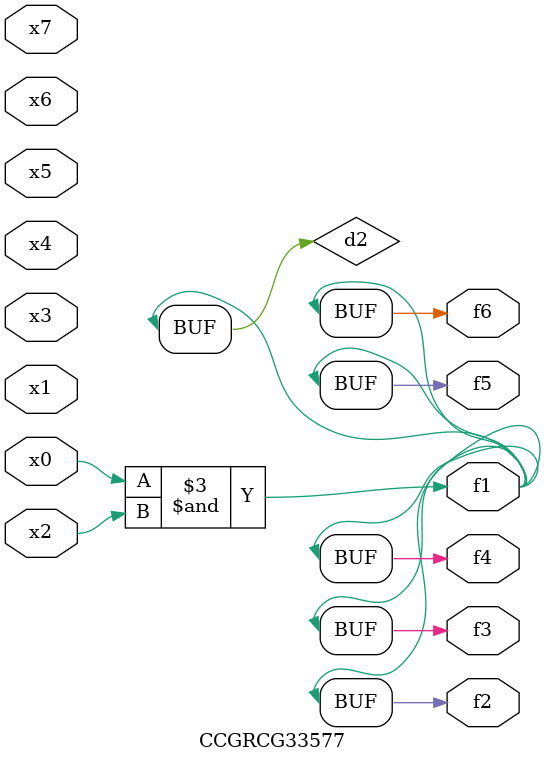
<source format=v>
module CCGRCG33577(
	input x0, x1, x2, x3, x4, x5, x6, x7,
	output f1, f2, f3, f4, f5, f6
);

	wire d1, d2;

	nor (d1, x3, x6);
	and (d2, x0, x2);
	assign f1 = d2;
	assign f2 = d2;
	assign f3 = d2;
	assign f4 = d2;
	assign f5 = d2;
	assign f6 = d2;
endmodule

</source>
